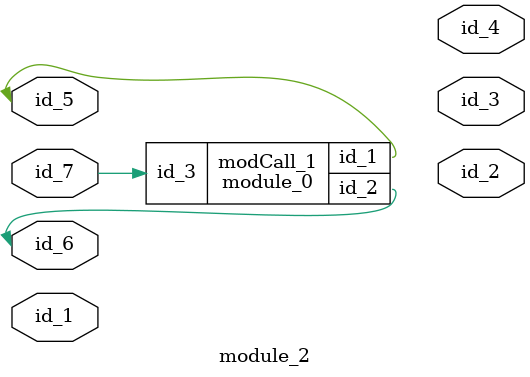
<source format=v>
module module_0 (
    id_1,
    id_2,
    id_3
);
  input wire id_3;
  output wire id_2;
  inout wire id_1;
endmodule
module module_1 (
    id_1,
    id_2
);
  inout wire id_2;
  inout wire id_1;
  module_0 modCall_1 (
      id_2,
      id_1,
      id_1
  );
endmodule
module module_2 (
    id_1,
    id_2,
    id_3,
    id_4,
    id_5,
    id_6,
    id_7
);
  inout wire id_7;
  inout wire id_6;
  inout wire id_5;
  output wire id_4;
  output wire id_3;
  output wire id_2;
  input wire id_1;
  module_0 modCall_1 (
      id_5,
      id_6,
      id_7
  );
endmodule

</source>
